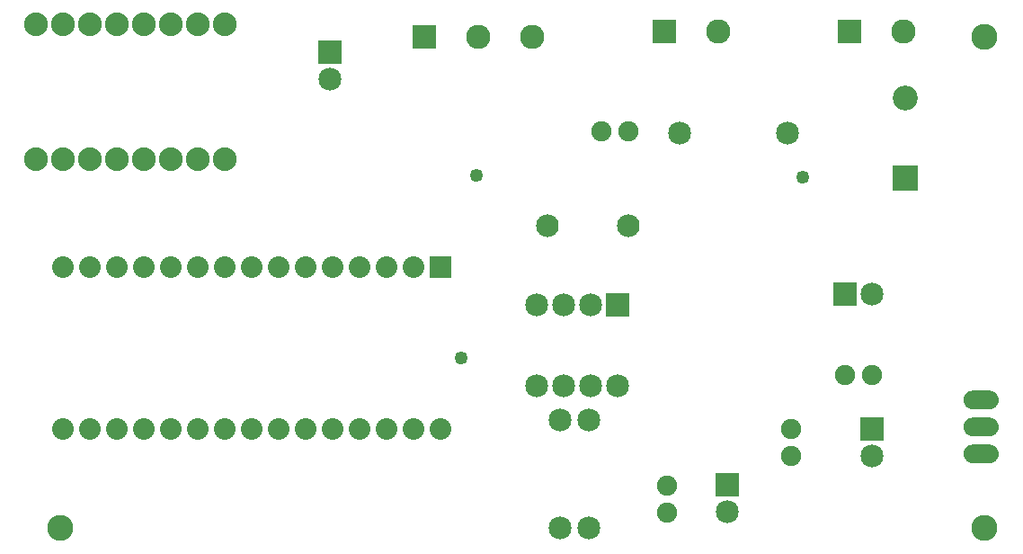
<source format=gts>
G04 MADE WITH FRITZING*
G04 WWW.FRITZING.ORG*
G04 DOUBLE SIDED*
G04 HOLES PLATED*
G04 CONTOUR ON CENTER OF CONTOUR VECTOR*
%ASAXBY*%
%FSLAX23Y23*%
%MOIN*%
%OFA0B0*%
%SFA1.0B1.0*%
%ADD10C,0.084000*%
%ADD11C,0.049370*%
%ADD12C,0.085000*%
%ADD13C,0.088000*%
%ADD14C,0.096614*%
%ADD15C,0.092000*%
%ADD16C,0.070000*%
%ADD17C,0.075000*%
%ADD18C,0.090000*%
%ADD19C,0.080000*%
%ADD20R,0.085000X0.085000*%
%ADD21R,0.010150X0.010150*%
%ADD22R,0.092000X0.092000*%
%ADD23R,0.090000X0.089986*%
%ADD24R,0.090000X0.090000*%
%ADD25R,0.080000X0.079972*%
%ADD26R,0.001000X0.001000*%
%LNMASK1*%
G90*
G70*
G54D10*
X2066Y1292D03*
X2366Y1292D03*
X2066Y1292D03*
X2366Y1292D03*
G54D11*
X1747Y802D03*
X1805Y1478D03*
G54D12*
X2328Y999D03*
X2328Y699D03*
X2228Y999D03*
X2228Y699D03*
X2128Y999D03*
X2128Y699D03*
X2028Y999D03*
X2028Y699D03*
G54D11*
X3013Y1472D03*
G54D12*
X1262Y1937D03*
X1262Y1837D03*
G54D13*
X172Y2038D03*
X272Y2038D03*
X372Y2038D03*
X472Y2038D03*
X572Y2038D03*
X672Y2038D03*
X772Y2038D03*
X872Y2038D03*
X172Y1538D03*
X272Y1538D03*
X372Y1538D03*
X472Y1538D03*
X572Y1538D03*
X672Y1538D03*
X772Y1538D03*
X872Y1538D03*
G54D14*
X3687Y173D03*
X3687Y1991D03*
X261Y173D03*
G54D15*
X3393Y1469D03*
X3393Y1767D03*
G54D16*
X3675Y646D03*
X3675Y546D03*
X3675Y446D03*
X3675Y646D03*
X3675Y546D03*
X3675Y446D03*
G54D12*
X3172Y1038D03*
X3272Y1038D03*
X2733Y334D03*
X2733Y234D03*
X3272Y538D03*
X3272Y438D03*
G54D17*
X3172Y738D03*
X3272Y738D03*
X3172Y738D03*
X3272Y738D03*
X2511Y328D03*
X2511Y228D03*
X2511Y328D03*
X2511Y228D03*
X2366Y1642D03*
X2266Y1642D03*
X2366Y1642D03*
X2266Y1642D03*
X2972Y538D03*
X2972Y438D03*
X2972Y538D03*
X2972Y438D03*
G54D18*
X2501Y2011D03*
X2701Y2011D03*
X1812Y1991D03*
X2012Y1991D03*
X1612Y1991D03*
X3189Y2011D03*
X3389Y2011D03*
G54D19*
X1672Y1138D03*
X1572Y1138D03*
X1472Y1138D03*
X1372Y1138D03*
X1272Y1138D03*
X1172Y1138D03*
X1072Y1138D03*
X972Y1138D03*
X872Y1138D03*
X772Y1138D03*
X672Y1138D03*
X572Y1138D03*
X472Y1138D03*
X372Y1138D03*
X272Y1138D03*
X1672Y538D03*
X1572Y538D03*
X1472Y538D03*
X1372Y538D03*
X1272Y538D03*
X1172Y538D03*
X1072Y538D03*
X972Y538D03*
X872Y538D03*
X772Y538D03*
X672Y538D03*
X572Y538D03*
X472Y538D03*
X372Y538D03*
X272Y538D03*
G54D12*
X2114Y173D03*
X2114Y573D03*
X2222Y174D03*
X2222Y574D03*
X2956Y1635D03*
X2556Y1635D03*
G54D20*
X2328Y999D03*
G54D21*
X2027Y999D03*
G54D20*
X1262Y1937D03*
G54D22*
X3393Y1468D03*
G54D20*
X3172Y1038D03*
X2733Y334D03*
X3272Y538D03*
G54D23*
X2501Y2011D03*
G54D24*
X1612Y1991D03*
G54D23*
X3189Y2011D03*
G54D25*
X1672Y1138D03*
G54D26*
X3640Y681D02*
X3711Y681D01*
X3636Y680D02*
X3715Y680D01*
X3633Y679D02*
X3718Y679D01*
X3631Y678D02*
X3720Y678D01*
X3629Y677D02*
X3722Y677D01*
X3627Y676D02*
X3724Y676D01*
X3626Y675D02*
X3726Y675D01*
X3624Y674D02*
X3727Y674D01*
X3623Y673D02*
X3728Y673D01*
X3622Y672D02*
X3729Y672D01*
X3621Y671D02*
X3730Y671D01*
X3620Y670D02*
X3731Y670D01*
X3619Y669D02*
X3732Y669D01*
X3618Y668D02*
X3733Y668D01*
X3618Y667D02*
X3734Y667D01*
X3617Y666D02*
X3734Y666D01*
X3616Y665D02*
X3735Y665D01*
X3616Y664D02*
X3735Y664D01*
X3615Y663D02*
X3736Y663D01*
X3615Y662D02*
X3736Y662D01*
X3614Y661D02*
X3671Y661D01*
X3681Y661D02*
X3737Y661D01*
X3614Y660D02*
X3668Y660D01*
X3683Y660D02*
X3737Y660D01*
X3614Y659D02*
X3667Y659D01*
X3685Y659D02*
X3738Y659D01*
X3613Y658D02*
X3665Y658D01*
X3686Y658D02*
X3738Y658D01*
X3613Y657D02*
X3664Y657D01*
X3687Y657D02*
X3738Y657D01*
X3613Y656D02*
X3663Y656D01*
X3688Y656D02*
X3739Y656D01*
X3612Y655D02*
X3663Y655D01*
X3689Y655D02*
X3739Y655D01*
X3612Y654D02*
X3662Y654D01*
X3689Y654D02*
X3739Y654D01*
X3612Y653D02*
X3661Y653D01*
X3690Y653D02*
X3739Y653D01*
X3612Y652D02*
X3661Y652D01*
X3690Y652D02*
X3740Y652D01*
X3611Y651D02*
X3661Y651D01*
X3690Y651D02*
X3740Y651D01*
X3611Y650D02*
X3660Y650D01*
X3691Y650D02*
X3740Y650D01*
X3611Y649D02*
X3660Y649D01*
X3691Y649D02*
X3740Y649D01*
X3611Y648D02*
X3660Y648D01*
X3691Y648D02*
X3740Y648D01*
X3611Y647D02*
X3660Y647D01*
X3691Y647D02*
X3740Y647D01*
X3611Y646D02*
X3660Y646D01*
X3691Y646D02*
X3740Y646D01*
X3611Y645D02*
X3660Y645D01*
X3691Y645D02*
X3740Y645D01*
X3611Y644D02*
X3660Y644D01*
X3691Y644D02*
X3740Y644D01*
X3611Y643D02*
X3661Y643D01*
X3691Y643D02*
X3740Y643D01*
X3611Y642D02*
X3661Y642D01*
X3690Y642D02*
X3740Y642D01*
X3612Y641D02*
X3661Y641D01*
X3690Y641D02*
X3740Y641D01*
X3612Y640D02*
X3662Y640D01*
X3690Y640D02*
X3739Y640D01*
X3612Y639D02*
X3662Y639D01*
X3689Y639D02*
X3739Y639D01*
X3612Y638D02*
X3663Y638D01*
X3688Y638D02*
X3739Y638D01*
X3613Y637D02*
X3664Y637D01*
X3688Y637D02*
X3739Y637D01*
X3613Y636D02*
X3665Y636D01*
X3687Y636D02*
X3738Y636D01*
X3613Y635D02*
X3666Y635D01*
X3685Y635D02*
X3738Y635D01*
X3614Y634D02*
X3667Y634D01*
X3684Y634D02*
X3738Y634D01*
X3614Y633D02*
X3669Y633D01*
X3682Y633D02*
X3737Y633D01*
X3614Y632D02*
X3672Y632D01*
X3679Y632D02*
X3737Y632D01*
X3615Y631D02*
X3736Y631D01*
X3615Y630D02*
X3736Y630D01*
X3616Y629D02*
X3735Y629D01*
X3617Y628D02*
X3735Y628D01*
X3617Y627D02*
X3734Y627D01*
X3618Y626D02*
X3733Y626D01*
X3619Y625D02*
X3733Y625D01*
X3619Y624D02*
X3732Y624D01*
X3620Y623D02*
X3731Y623D01*
X3621Y622D02*
X3730Y622D01*
X3622Y621D02*
X3729Y621D01*
X3623Y620D02*
X3728Y620D01*
X3625Y619D02*
X3726Y619D01*
X3626Y618D02*
X3725Y618D01*
X3628Y617D02*
X3724Y617D01*
X3629Y616D02*
X3722Y616D01*
X3631Y615D02*
X3720Y615D01*
X3634Y614D02*
X3717Y614D01*
X3637Y613D02*
X3714Y613D01*
X3642Y612D02*
X3710Y612D01*
X3640Y581D02*
X3712Y581D01*
X3636Y580D02*
X3715Y580D01*
X3633Y579D02*
X3718Y579D01*
X3631Y578D02*
X3720Y578D01*
X3629Y577D02*
X3722Y577D01*
X3627Y576D02*
X3724Y576D01*
X3626Y575D02*
X3726Y575D01*
X3624Y574D02*
X3727Y574D01*
X3623Y573D02*
X3728Y573D01*
X3622Y572D02*
X3729Y572D01*
X3621Y571D02*
X3730Y571D01*
X3620Y570D02*
X3731Y570D01*
X3619Y569D02*
X3732Y569D01*
X3618Y568D02*
X3733Y568D01*
X3618Y567D02*
X3734Y567D01*
X3617Y566D02*
X3734Y566D01*
X3616Y565D02*
X3735Y565D01*
X3616Y564D02*
X3735Y564D01*
X3615Y563D02*
X3736Y563D01*
X3615Y562D02*
X3736Y562D01*
X3614Y561D02*
X3671Y561D01*
X3681Y561D02*
X3737Y561D01*
X3614Y560D02*
X3668Y560D01*
X3683Y560D02*
X3737Y560D01*
X3613Y559D02*
X3667Y559D01*
X3685Y559D02*
X3738Y559D01*
X3613Y558D02*
X3665Y558D01*
X3686Y558D02*
X3738Y558D01*
X3613Y557D02*
X3664Y557D01*
X3687Y557D02*
X3738Y557D01*
X3612Y556D02*
X3663Y556D01*
X3688Y556D02*
X3739Y556D01*
X3612Y555D02*
X3663Y555D01*
X3689Y555D02*
X3739Y555D01*
X3612Y554D02*
X3662Y554D01*
X3689Y554D02*
X3739Y554D01*
X3612Y553D02*
X3661Y553D01*
X3690Y553D02*
X3739Y553D01*
X3612Y552D02*
X3661Y552D01*
X3690Y552D02*
X3740Y552D01*
X3611Y551D02*
X3661Y551D01*
X3690Y551D02*
X3740Y551D01*
X3611Y550D02*
X3660Y550D01*
X3691Y550D02*
X3740Y550D01*
X3611Y549D02*
X3660Y549D01*
X3691Y549D02*
X3740Y549D01*
X3611Y548D02*
X3660Y548D01*
X3691Y548D02*
X3740Y548D01*
X3611Y547D02*
X3660Y547D01*
X3691Y547D02*
X3740Y547D01*
X3611Y546D02*
X3660Y546D01*
X3691Y546D02*
X3740Y546D01*
X3611Y545D02*
X3660Y545D01*
X3691Y545D02*
X3740Y545D01*
X3611Y544D02*
X3660Y544D01*
X3691Y544D02*
X3740Y544D01*
X3611Y543D02*
X3661Y543D01*
X3691Y543D02*
X3740Y543D01*
X3611Y542D02*
X3661Y542D01*
X3690Y542D02*
X3740Y542D01*
X3612Y541D02*
X3661Y541D01*
X3690Y541D02*
X3740Y541D01*
X3612Y540D02*
X3662Y540D01*
X3690Y540D02*
X3739Y540D01*
X3612Y539D02*
X3662Y539D01*
X3689Y539D02*
X3739Y539D01*
X3612Y538D02*
X3663Y538D01*
X3688Y538D02*
X3739Y538D01*
X3613Y537D02*
X3664Y537D01*
X3688Y537D02*
X3739Y537D01*
X3613Y536D02*
X3665Y536D01*
X3687Y536D02*
X3738Y536D01*
X3613Y535D02*
X3666Y535D01*
X3685Y535D02*
X3738Y535D01*
X3614Y534D02*
X3667Y534D01*
X3684Y534D02*
X3738Y534D01*
X3614Y533D02*
X3669Y533D01*
X3682Y533D02*
X3737Y533D01*
X3614Y532D02*
X3672Y532D01*
X3679Y532D02*
X3737Y532D01*
X3615Y531D02*
X3736Y531D01*
X3615Y530D02*
X3736Y530D01*
X3616Y529D02*
X3735Y529D01*
X3617Y528D02*
X3735Y528D01*
X3617Y527D02*
X3734Y527D01*
X3618Y526D02*
X3733Y526D01*
X3619Y525D02*
X3733Y525D01*
X3619Y524D02*
X3732Y524D01*
X3620Y523D02*
X3731Y523D01*
X3621Y522D02*
X3730Y522D01*
X3622Y521D02*
X3729Y521D01*
X3624Y520D02*
X3728Y520D01*
X3625Y519D02*
X3726Y519D01*
X3626Y518D02*
X3725Y518D01*
X3628Y517D02*
X3723Y517D01*
X3629Y516D02*
X3722Y516D01*
X3631Y515D02*
X3720Y515D01*
X3634Y514D02*
X3717Y514D01*
X3637Y513D02*
X3714Y513D01*
X3642Y512D02*
X3710Y512D01*
X3640Y481D02*
X3712Y481D01*
X3636Y480D02*
X3716Y480D01*
X3633Y479D02*
X3718Y479D01*
X3631Y478D02*
X3720Y478D01*
X3629Y477D02*
X3722Y477D01*
X3627Y476D02*
X3724Y476D01*
X3626Y475D02*
X3726Y475D01*
X3624Y474D02*
X3727Y474D01*
X3623Y473D02*
X3728Y473D01*
X3622Y472D02*
X3729Y472D01*
X3621Y471D02*
X3730Y471D01*
X3620Y470D02*
X3731Y470D01*
X3619Y469D02*
X3732Y469D01*
X3618Y468D02*
X3733Y468D01*
X3618Y467D02*
X3734Y467D01*
X3617Y466D02*
X3734Y466D01*
X3616Y465D02*
X3735Y465D01*
X3616Y464D02*
X3735Y464D01*
X3615Y463D02*
X3736Y463D01*
X3615Y462D02*
X3736Y462D01*
X3614Y461D02*
X3671Y461D01*
X3681Y461D02*
X3737Y461D01*
X3614Y460D02*
X3668Y460D01*
X3683Y460D02*
X3737Y460D01*
X3613Y459D02*
X3667Y459D01*
X3685Y459D02*
X3738Y459D01*
X3613Y458D02*
X3665Y458D01*
X3686Y458D02*
X3738Y458D01*
X3613Y457D02*
X3664Y457D01*
X3687Y457D02*
X3738Y457D01*
X3612Y456D02*
X3663Y456D01*
X3688Y456D02*
X3739Y456D01*
X3612Y455D02*
X3663Y455D01*
X3689Y455D02*
X3739Y455D01*
X3612Y454D02*
X3662Y454D01*
X3689Y454D02*
X3739Y454D01*
X3612Y453D02*
X3661Y453D01*
X3690Y453D02*
X3739Y453D01*
X3612Y452D02*
X3661Y452D01*
X3690Y452D02*
X3740Y452D01*
X3611Y451D02*
X3661Y451D01*
X3690Y451D02*
X3740Y451D01*
X3611Y450D02*
X3660Y450D01*
X3691Y450D02*
X3740Y450D01*
X3611Y449D02*
X3660Y449D01*
X3691Y449D02*
X3740Y449D01*
X3611Y448D02*
X3660Y448D01*
X3691Y448D02*
X3740Y448D01*
X3611Y447D02*
X3660Y447D01*
X3691Y447D02*
X3740Y447D01*
X3611Y446D02*
X3660Y446D01*
X3691Y446D02*
X3740Y446D01*
X3611Y445D02*
X3660Y445D01*
X3691Y445D02*
X3740Y445D01*
X3611Y444D02*
X3660Y444D01*
X3691Y444D02*
X3740Y444D01*
X3611Y443D02*
X3661Y443D01*
X3691Y443D02*
X3740Y443D01*
X3611Y442D02*
X3661Y442D01*
X3690Y442D02*
X3740Y442D01*
X3612Y441D02*
X3661Y441D01*
X3690Y441D02*
X3740Y441D01*
X3612Y440D02*
X3662Y440D01*
X3690Y440D02*
X3739Y440D01*
X3612Y439D02*
X3662Y439D01*
X3689Y439D02*
X3739Y439D01*
X3612Y438D02*
X3663Y438D01*
X3688Y438D02*
X3739Y438D01*
X3613Y437D02*
X3664Y437D01*
X3688Y437D02*
X3739Y437D01*
X3613Y436D02*
X3665Y436D01*
X3687Y436D02*
X3738Y436D01*
X3613Y435D02*
X3666Y435D01*
X3685Y435D02*
X3738Y435D01*
X3614Y434D02*
X3667Y434D01*
X3684Y434D02*
X3738Y434D01*
X3614Y433D02*
X3669Y433D01*
X3682Y433D02*
X3737Y433D01*
X3614Y432D02*
X3672Y432D01*
X3679Y432D02*
X3737Y432D01*
X3615Y431D02*
X3736Y431D01*
X3615Y430D02*
X3736Y430D01*
X3616Y429D02*
X3735Y429D01*
X3617Y428D02*
X3735Y428D01*
X3617Y427D02*
X3734Y427D01*
X3618Y426D02*
X3733Y426D01*
X3619Y425D02*
X3733Y425D01*
X3620Y424D02*
X3732Y424D01*
X3620Y423D02*
X3731Y423D01*
X3621Y422D02*
X3730Y422D01*
X3622Y421D02*
X3729Y421D01*
X3624Y420D02*
X3728Y420D01*
X3625Y419D02*
X3726Y419D01*
X3626Y418D02*
X3725Y418D01*
X3628Y417D02*
X3723Y417D01*
X3629Y416D02*
X3722Y416D01*
X3632Y415D02*
X3720Y415D01*
X3634Y414D02*
X3717Y414D01*
X3637Y413D02*
X3714Y413D01*
X3642Y412D02*
X3709Y412D01*
D02*
G04 End of Mask1*
M02*
</source>
